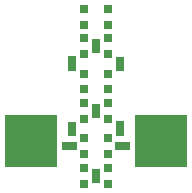
<source format=gbr>
G04 #@! TF.FileFunction,Soldermask,Top*
%FSLAX46Y46*%
G04 Gerber Fmt 4.6, Leading zero omitted, Abs format (unit mm)*
G04 Created by KiCad (PCBNEW 4.0.4-stable) date Sat Dec 29 17:50:43 2018*
%MOMM*%
%LPD*%
G01*
G04 APERTURE LIST*
%ADD10C,0.100000*%
%ADD11R,0.700000X0.750000*%
%ADD12R,0.750000X0.700000*%
%ADD13R,0.750000X0.750000*%
%ADD14R,4.464000X4.464000*%
G04 APERTURE END LIST*
D10*
D11*
X152670000Y-101600000D03*
X153230000Y-101600000D03*
X148730000Y-101600000D03*
X148170000Y-101600000D03*
D12*
X150700000Y-103820000D03*
X150700000Y-104380000D03*
X148700000Y-99850000D03*
X148700000Y-100410000D03*
X152700000Y-99820000D03*
X152700000Y-100380000D03*
X150700000Y-98320000D03*
X150700000Y-98880000D03*
X148700000Y-94320000D03*
X148700000Y-94880000D03*
X152700000Y-94350000D03*
X152700000Y-94910000D03*
X150700000Y-92820000D03*
X150700000Y-93380000D03*
D13*
X149700000Y-104775000D03*
X149725000Y-103425000D03*
X151700000Y-104775000D03*
X151725000Y-103425000D03*
X149700000Y-102275000D03*
X149725000Y-100925000D03*
X151700000Y-102275000D03*
X151725000Y-100925000D03*
X149675000Y-99275000D03*
X149700000Y-97925000D03*
X151700000Y-99275000D03*
X151725000Y-97925000D03*
X149700000Y-96775000D03*
X149725000Y-95425000D03*
X151700000Y-96775000D03*
X151725000Y-95425000D03*
X149700000Y-93775000D03*
X149725000Y-92425000D03*
X151700000Y-93775000D03*
X151725000Y-92425000D03*
X149700000Y-91275000D03*
X149725000Y-89925000D03*
X151700000Y-91275000D03*
X151725000Y-89925000D03*
D14*
X156200000Y-101100000D03*
X145200000Y-101100000D03*
M02*

</source>
